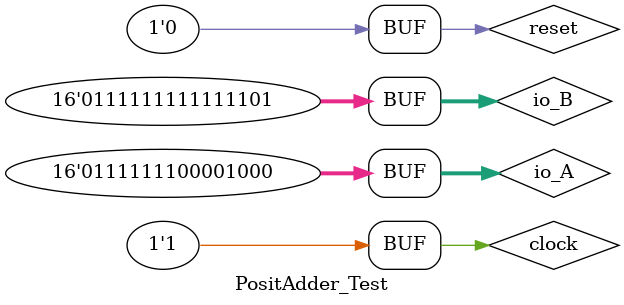
<source format=v>
`timescale 1ns / 1ps


module PositAdder_Test();

  reg         clock;
  reg         reset;
  reg  [15:0] io_A;
  reg  [15:0] io_B;
  wire [15:0] io_S;



PositAdder16_0 dut
(
clock,
reset,
io_A,
io_B, 
io_S 
);



always
begin

clock = 0;
#5;
clock = ~clock;
#5;

end



initial
begin

reset = 0;
io_A = 0;
io_B = 0;

#15;


io_A = 16'b0111111000000000; //32
io_B = 16'b0111111000000000; //32

#10;

io_A = 16'd32520; //68
io_B = 16'd32530; //73


#10;

io_A = 16'd32520; //68
io_B = 16'd32765; //-21.25








end







endmodule

</source>
